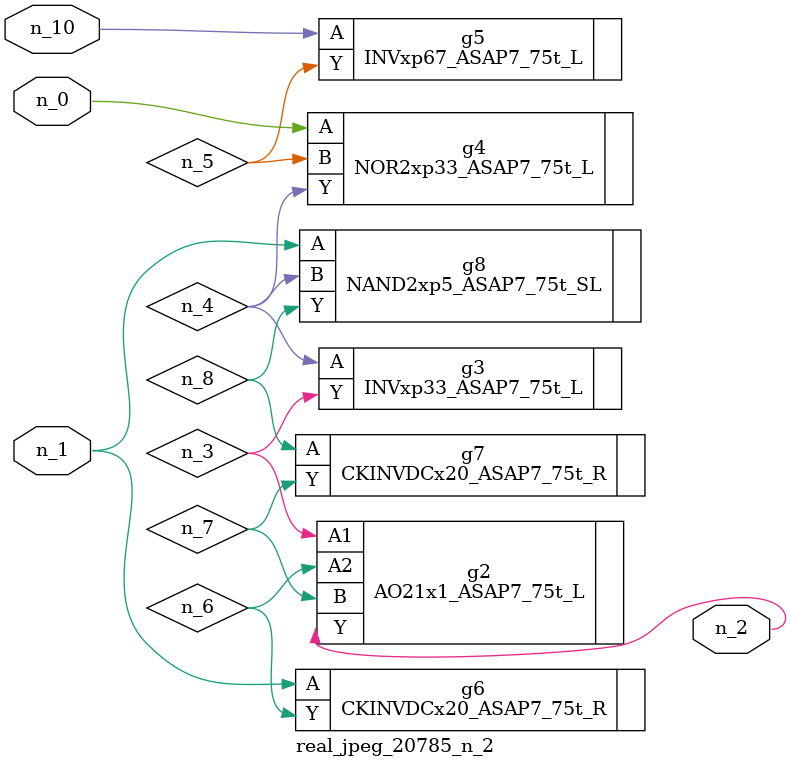
<source format=v>
module real_jpeg_20785_n_2 (n_1, n_10, n_0, n_2);

input n_1;
input n_10;
input n_0;

output n_2;

wire n_5;
wire n_4;
wire n_8;
wire n_6;
wire n_7;
wire n_3;

NOR2xp33_ASAP7_75t_L g4 ( 
.A(n_0),
.B(n_5),
.Y(n_4)
);

CKINVDCx20_ASAP7_75t_R g6 ( 
.A(n_1),
.Y(n_6)
);

NAND2xp5_ASAP7_75t_SL g8 ( 
.A(n_1),
.B(n_4),
.Y(n_8)
);

AO21x1_ASAP7_75t_L g2 ( 
.A1(n_3),
.A2(n_6),
.B(n_7),
.Y(n_2)
);

INVxp33_ASAP7_75t_L g3 ( 
.A(n_4),
.Y(n_3)
);

CKINVDCx20_ASAP7_75t_R g7 ( 
.A(n_8),
.Y(n_7)
);

INVxp67_ASAP7_75t_L g5 ( 
.A(n_10),
.Y(n_5)
);


endmodule
</source>
